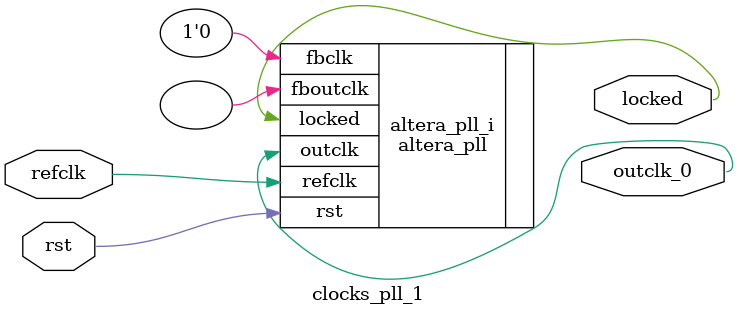
<source format=v>
`timescale 1ns/10ps
module  clocks_pll_1(

	// interface 'refclk'
	input wire refclk,

	// interface 'reset'
	input wire rst,

	// interface 'outclk0'
	output wire outclk_0,

	// interface 'locked'
	output wire locked
);

	altera_pll #(
		.fractional_vco_multiplier("false"),
		.reference_clock_frequency("50.0 MHz"),
		.operation_mode("direct"),
		.number_of_clocks(1),
		.output_clock_frequency0("13.000000 MHz"),
		.phase_shift0("0 ps"),
		.duty_cycle0(50),
		.output_clock_frequency1("0 MHz"),
		.phase_shift1("0 ps"),
		.duty_cycle1(50),
		.output_clock_frequency2("0 MHz"),
		.phase_shift2("0 ps"),
		.duty_cycle2(50),
		.output_clock_frequency3("0 MHz"),
		.phase_shift3("0 ps"),
		.duty_cycle3(50),
		.output_clock_frequency4("0 MHz"),
		.phase_shift4("0 ps"),
		.duty_cycle4(50),
		.output_clock_frequency5("0 MHz"),
		.phase_shift5("0 ps"),
		.duty_cycle5(50),
		.output_clock_frequency6("0 MHz"),
		.phase_shift6("0 ps"),
		.duty_cycle6(50),
		.output_clock_frequency7("0 MHz"),
		.phase_shift7("0 ps"),
		.duty_cycle7(50),
		.output_clock_frequency8("0 MHz"),
		.phase_shift8("0 ps"),
		.duty_cycle8(50),
		.output_clock_frequency9("0 MHz"),
		.phase_shift9("0 ps"),
		.duty_cycle9(50),
		.output_clock_frequency10("0 MHz"),
		.phase_shift10("0 ps"),
		.duty_cycle10(50),
		.output_clock_frequency11("0 MHz"),
		.phase_shift11("0 ps"),
		.duty_cycle11(50),
		.output_clock_frequency12("0 MHz"),
		.phase_shift12("0 ps"),
		.duty_cycle12(50),
		.output_clock_frequency13("0 MHz"),
		.phase_shift13("0 ps"),
		.duty_cycle13(50),
		.output_clock_frequency14("0 MHz"),
		.phase_shift14("0 ps"),
		.duty_cycle14(50),
		.output_clock_frequency15("0 MHz"),
		.phase_shift15("0 ps"),
		.duty_cycle15(50),
		.output_clock_frequency16("0 MHz"),
		.phase_shift16("0 ps"),
		.duty_cycle16(50),
		.output_clock_frequency17("0 MHz"),
		.phase_shift17("0 ps"),
		.duty_cycle17(50),
		.pll_type("General"),
		.pll_subtype("General")
	) altera_pll_i (
		.rst	(rst),
		.outclk	({outclk_0}),
		.locked	(locked),
		.fboutclk	( ),
		.fbclk	(1'b0),
		.refclk	(refclk)
	);
endmodule


</source>
